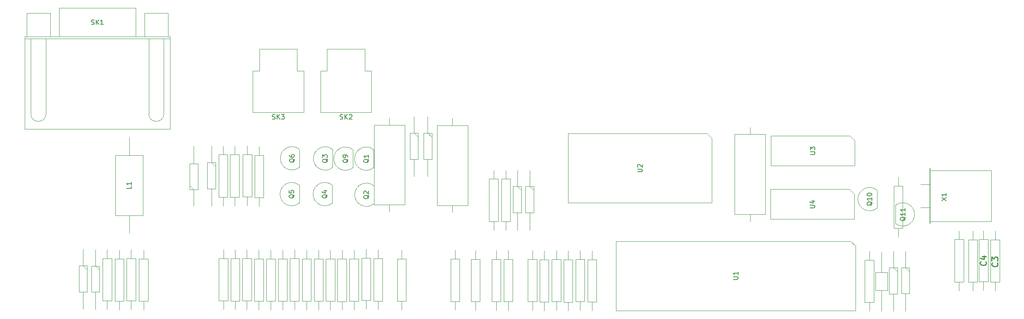
<source format=gbr>
%TF.GenerationSoftware,KiCad,Pcbnew,7.0.8*%
%TF.CreationDate,2023-10-30T18:51:19+00:00*%
%TF.ProjectId,Interface 1 Recreated,496e7465-7266-4616-9365-203120526563,rev?*%
%TF.SameCoordinates,Original*%
%TF.FileFunction,AssemblyDrawing,Top*%
%FSLAX46Y46*%
G04 Gerber Fmt 4.6, Leading zero omitted, Abs format (unit mm)*
G04 Created by KiCad (PCBNEW 7.0.8) date 2023-10-30 18:51:19*
%MOMM*%
%LPD*%
G01*
G04 APERTURE LIST*
%ADD10C,0.150000*%
%ADD11C,0.254000*%
%ADD12C,0.100000*%
G04 APERTURE END LIST*
D10*
X111713157Y-96088188D02*
X111665538Y-96183426D01*
X111665538Y-96183426D02*
X111570300Y-96278664D01*
X111570300Y-96278664D02*
X111427442Y-96421521D01*
X111427442Y-96421521D02*
X111379823Y-96516759D01*
X111379823Y-96516759D02*
X111379823Y-96611997D01*
X111617919Y-96564378D02*
X111570300Y-96659616D01*
X111570300Y-96659616D02*
X111475061Y-96754854D01*
X111475061Y-96754854D02*
X111284585Y-96802473D01*
X111284585Y-96802473D02*
X110951252Y-96802473D01*
X110951252Y-96802473D02*
X110760776Y-96754854D01*
X110760776Y-96754854D02*
X110665538Y-96659616D01*
X110665538Y-96659616D02*
X110617919Y-96564378D01*
X110617919Y-96564378D02*
X110617919Y-96373902D01*
X110617919Y-96373902D02*
X110665538Y-96278664D01*
X110665538Y-96278664D02*
X110760776Y-96183426D01*
X110760776Y-96183426D02*
X110951252Y-96135807D01*
X110951252Y-96135807D02*
X111284585Y-96135807D01*
X111284585Y-96135807D02*
X111475061Y-96183426D01*
X111475061Y-96183426D02*
X111570300Y-96278664D01*
X111570300Y-96278664D02*
X111617919Y-96373902D01*
X111617919Y-96373902D02*
X111617919Y-96564378D01*
X110617919Y-95231045D02*
X110617919Y-95707235D01*
X110617919Y-95707235D02*
X111094109Y-95754854D01*
X111094109Y-95754854D02*
X111046490Y-95707235D01*
X111046490Y-95707235D02*
X110998871Y-95611997D01*
X110998871Y-95611997D02*
X110998871Y-95373902D01*
X110998871Y-95373902D02*
X111046490Y-95278664D01*
X111046490Y-95278664D02*
X111094109Y-95231045D01*
X111094109Y-95231045D02*
X111189347Y-95183426D01*
X111189347Y-95183426D02*
X111427442Y-95183426D01*
X111427442Y-95183426D02*
X111522680Y-95231045D01*
X111522680Y-95231045D02*
X111570300Y-95278664D01*
X111570300Y-95278664D02*
X111617919Y-95373902D01*
X111617919Y-95373902D02*
X111617919Y-95611997D01*
X111617919Y-95611997D02*
X111570300Y-95707235D01*
X111570300Y-95707235D02*
X111522680Y-95754854D01*
D11*
X260790665Y-110579416D02*
X260851142Y-110639892D01*
X260851142Y-110639892D02*
X260911618Y-110821321D01*
X260911618Y-110821321D02*
X260911618Y-110942273D01*
X260911618Y-110942273D02*
X260851142Y-111123702D01*
X260851142Y-111123702D02*
X260730189Y-111244654D01*
X260730189Y-111244654D02*
X260609237Y-111305131D01*
X260609237Y-111305131D02*
X260367332Y-111365607D01*
X260367332Y-111365607D02*
X260185903Y-111365607D01*
X260185903Y-111365607D02*
X259943999Y-111305131D01*
X259943999Y-111305131D02*
X259823046Y-111244654D01*
X259823046Y-111244654D02*
X259702094Y-111123702D01*
X259702094Y-111123702D02*
X259641618Y-110942273D01*
X259641618Y-110942273D02*
X259641618Y-110821321D01*
X259641618Y-110821321D02*
X259702094Y-110639892D01*
X259702094Y-110639892D02*
X259762570Y-110579416D01*
X259641618Y-110156083D02*
X259641618Y-109369892D01*
X259641618Y-109369892D02*
X260125427Y-109793226D01*
X260125427Y-109793226D02*
X260125427Y-109611797D01*
X260125427Y-109611797D02*
X260185903Y-109490845D01*
X260185903Y-109490845D02*
X260246380Y-109430369D01*
X260246380Y-109430369D02*
X260367332Y-109369892D01*
X260367332Y-109369892D02*
X260669713Y-109369892D01*
X260669713Y-109369892D02*
X260790665Y-109430369D01*
X260790665Y-109430369D02*
X260851142Y-109490845D01*
X260851142Y-109490845D02*
X260911618Y-109611797D01*
X260911618Y-109611797D02*
X260911618Y-109974654D01*
X260911618Y-109974654D02*
X260851142Y-110095607D01*
X260851142Y-110095607D02*
X260790665Y-110156083D01*
D10*
X123124107Y-88550738D02*
X123076488Y-88645976D01*
X123076488Y-88645976D02*
X122981250Y-88741214D01*
X122981250Y-88741214D02*
X122838392Y-88884071D01*
X122838392Y-88884071D02*
X122790773Y-88979309D01*
X122790773Y-88979309D02*
X122790773Y-89074547D01*
X123028869Y-89026928D02*
X122981250Y-89122166D01*
X122981250Y-89122166D02*
X122886011Y-89217404D01*
X122886011Y-89217404D02*
X122695535Y-89265023D01*
X122695535Y-89265023D02*
X122362202Y-89265023D01*
X122362202Y-89265023D02*
X122171726Y-89217404D01*
X122171726Y-89217404D02*
X122076488Y-89122166D01*
X122076488Y-89122166D02*
X122028869Y-89026928D01*
X122028869Y-89026928D02*
X122028869Y-88836452D01*
X122028869Y-88836452D02*
X122076488Y-88741214D01*
X122076488Y-88741214D02*
X122171726Y-88645976D01*
X122171726Y-88645976D02*
X122362202Y-88598357D01*
X122362202Y-88598357D02*
X122695535Y-88598357D01*
X122695535Y-88598357D02*
X122886011Y-88645976D01*
X122886011Y-88645976D02*
X122981250Y-88741214D01*
X122981250Y-88741214D02*
X123028869Y-88836452D01*
X123028869Y-88836452D02*
X123028869Y-89026928D01*
X123028869Y-88122166D02*
X123028869Y-87931690D01*
X123028869Y-87931690D02*
X122981250Y-87836452D01*
X122981250Y-87836452D02*
X122933630Y-87788833D01*
X122933630Y-87788833D02*
X122790773Y-87693595D01*
X122790773Y-87693595D02*
X122600297Y-87645976D01*
X122600297Y-87645976D02*
X122219345Y-87645976D01*
X122219345Y-87645976D02*
X122124107Y-87693595D01*
X122124107Y-87693595D02*
X122076488Y-87741214D01*
X122076488Y-87741214D02*
X122028869Y-87836452D01*
X122028869Y-87836452D02*
X122028869Y-88026928D01*
X122028869Y-88026928D02*
X122076488Y-88122166D01*
X122076488Y-88122166D02*
X122124107Y-88169785D01*
X122124107Y-88169785D02*
X122219345Y-88217404D01*
X122219345Y-88217404D02*
X122457440Y-88217404D01*
X122457440Y-88217404D02*
X122552678Y-88169785D01*
X122552678Y-88169785D02*
X122600297Y-88122166D01*
X122600297Y-88122166D02*
X122647916Y-88026928D01*
X122647916Y-88026928D02*
X122647916Y-87836452D01*
X122647916Y-87836452D02*
X122600297Y-87741214D01*
X122600297Y-87741214D02*
X122552678Y-87693595D01*
X122552678Y-87693595D02*
X122457440Y-87645976D01*
X204816994Y-114128454D02*
X205626517Y-114128454D01*
X205626517Y-114128454D02*
X205721755Y-114080835D01*
X205721755Y-114080835D02*
X205769375Y-114033216D01*
X205769375Y-114033216D02*
X205816994Y-113937978D01*
X205816994Y-113937978D02*
X205816994Y-113747502D01*
X205816994Y-113747502D02*
X205769375Y-113652264D01*
X205769375Y-113652264D02*
X205721755Y-113604645D01*
X205721755Y-113604645D02*
X205626517Y-113557026D01*
X205626517Y-113557026D02*
X204816994Y-113557026D01*
X205816994Y-112557026D02*
X205816994Y-113128454D01*
X205816994Y-112842740D02*
X204816994Y-112842740D01*
X204816994Y-112842740D02*
X204959851Y-112937978D01*
X204959851Y-112937978D02*
X205055089Y-113033216D01*
X205055089Y-113033216D02*
X205102708Y-113128454D01*
X221066644Y-98917029D02*
X221876167Y-98917029D01*
X221876167Y-98917029D02*
X221971405Y-98869410D01*
X221971405Y-98869410D02*
X222019025Y-98821791D01*
X222019025Y-98821791D02*
X222066644Y-98726553D01*
X222066644Y-98726553D02*
X222066644Y-98536077D01*
X222066644Y-98536077D02*
X222019025Y-98440839D01*
X222019025Y-98440839D02*
X221971405Y-98393220D01*
X221971405Y-98393220D02*
X221876167Y-98345601D01*
X221876167Y-98345601D02*
X221066644Y-98345601D01*
X221399977Y-97440839D02*
X222066644Y-97440839D01*
X221019025Y-97678934D02*
X221733310Y-97917029D01*
X221733310Y-97917029D02*
X221733310Y-97297982D01*
X111783007Y-88480888D02*
X111735388Y-88576126D01*
X111735388Y-88576126D02*
X111640150Y-88671364D01*
X111640150Y-88671364D02*
X111497292Y-88814221D01*
X111497292Y-88814221D02*
X111449673Y-88909459D01*
X111449673Y-88909459D02*
X111449673Y-89004697D01*
X111687769Y-88957078D02*
X111640150Y-89052316D01*
X111640150Y-89052316D02*
X111544911Y-89147554D01*
X111544911Y-89147554D02*
X111354435Y-89195173D01*
X111354435Y-89195173D02*
X111021102Y-89195173D01*
X111021102Y-89195173D02*
X110830626Y-89147554D01*
X110830626Y-89147554D02*
X110735388Y-89052316D01*
X110735388Y-89052316D02*
X110687769Y-88957078D01*
X110687769Y-88957078D02*
X110687769Y-88766602D01*
X110687769Y-88766602D02*
X110735388Y-88671364D01*
X110735388Y-88671364D02*
X110830626Y-88576126D01*
X110830626Y-88576126D02*
X111021102Y-88528507D01*
X111021102Y-88528507D02*
X111354435Y-88528507D01*
X111354435Y-88528507D02*
X111544911Y-88576126D01*
X111544911Y-88576126D02*
X111640150Y-88671364D01*
X111640150Y-88671364D02*
X111687769Y-88766602D01*
X111687769Y-88766602D02*
X111687769Y-88957078D01*
X110687769Y-87671364D02*
X110687769Y-87861840D01*
X110687769Y-87861840D02*
X110735388Y-87957078D01*
X110735388Y-87957078D02*
X110783007Y-88004697D01*
X110783007Y-88004697D02*
X110925864Y-88099935D01*
X110925864Y-88099935D02*
X111116340Y-88147554D01*
X111116340Y-88147554D02*
X111497292Y-88147554D01*
X111497292Y-88147554D02*
X111592530Y-88099935D01*
X111592530Y-88099935D02*
X111640150Y-88052316D01*
X111640150Y-88052316D02*
X111687769Y-87957078D01*
X111687769Y-87957078D02*
X111687769Y-87766602D01*
X111687769Y-87766602D02*
X111640150Y-87671364D01*
X111640150Y-87671364D02*
X111592530Y-87623745D01*
X111592530Y-87623745D02*
X111497292Y-87576126D01*
X111497292Y-87576126D02*
X111259197Y-87576126D01*
X111259197Y-87576126D02*
X111163959Y-87623745D01*
X111163959Y-87623745D02*
X111116340Y-87671364D01*
X111116340Y-87671364D02*
X111068721Y-87766602D01*
X111068721Y-87766602D02*
X111068721Y-87957078D01*
X111068721Y-87957078D02*
X111116340Y-88052316D01*
X111116340Y-88052316D02*
X111163959Y-88099935D01*
X111163959Y-88099935D02*
X111259197Y-88147554D01*
X184503344Y-91249404D02*
X185312867Y-91249404D01*
X185312867Y-91249404D02*
X185408105Y-91201785D01*
X185408105Y-91201785D02*
X185455725Y-91154166D01*
X185455725Y-91154166D02*
X185503344Y-91058928D01*
X185503344Y-91058928D02*
X185503344Y-90868452D01*
X185503344Y-90868452D02*
X185455725Y-90773214D01*
X185455725Y-90773214D02*
X185408105Y-90725595D01*
X185408105Y-90725595D02*
X185312867Y-90677976D01*
X185312867Y-90677976D02*
X184503344Y-90677976D01*
X184598582Y-90249404D02*
X184550963Y-90201785D01*
X184550963Y-90201785D02*
X184503344Y-90106547D01*
X184503344Y-90106547D02*
X184503344Y-89868452D01*
X184503344Y-89868452D02*
X184550963Y-89773214D01*
X184550963Y-89773214D02*
X184598582Y-89725595D01*
X184598582Y-89725595D02*
X184693820Y-89677976D01*
X184693820Y-89677976D02*
X184789058Y-89677976D01*
X184789058Y-89677976D02*
X184931915Y-89725595D01*
X184931915Y-89725595D02*
X185503344Y-90297023D01*
X185503344Y-90297023D02*
X185503344Y-89677976D01*
D11*
X258330040Y-110336541D02*
X258390517Y-110397017D01*
X258390517Y-110397017D02*
X258450993Y-110578446D01*
X258450993Y-110578446D02*
X258450993Y-110699398D01*
X258450993Y-110699398D02*
X258390517Y-110880827D01*
X258390517Y-110880827D02*
X258269564Y-111001779D01*
X258269564Y-111001779D02*
X258148612Y-111062256D01*
X258148612Y-111062256D02*
X257906707Y-111122732D01*
X257906707Y-111122732D02*
X257725278Y-111122732D01*
X257725278Y-111122732D02*
X257483374Y-111062256D01*
X257483374Y-111062256D02*
X257362421Y-111001779D01*
X257362421Y-111001779D02*
X257241469Y-110880827D01*
X257241469Y-110880827D02*
X257180993Y-110699398D01*
X257180993Y-110699398D02*
X257180993Y-110578446D01*
X257180993Y-110578446D02*
X257241469Y-110397017D01*
X257241469Y-110397017D02*
X257301945Y-110336541D01*
X257604326Y-109247970D02*
X258450993Y-109247970D01*
X257120517Y-109550351D02*
X258027659Y-109852732D01*
X258027659Y-109852732D02*
X258027659Y-109066541D01*
D10*
X107075445Y-80016275D02*
X107218302Y-80063894D01*
X107218302Y-80063894D02*
X107456397Y-80063894D01*
X107456397Y-80063894D02*
X107551635Y-80016275D01*
X107551635Y-80016275D02*
X107599254Y-79968655D01*
X107599254Y-79968655D02*
X107646873Y-79873417D01*
X107646873Y-79873417D02*
X107646873Y-79778179D01*
X107646873Y-79778179D02*
X107599254Y-79682941D01*
X107599254Y-79682941D02*
X107551635Y-79635322D01*
X107551635Y-79635322D02*
X107456397Y-79587703D01*
X107456397Y-79587703D02*
X107265921Y-79540084D01*
X107265921Y-79540084D02*
X107170683Y-79492465D01*
X107170683Y-79492465D02*
X107123064Y-79444846D01*
X107123064Y-79444846D02*
X107075445Y-79349608D01*
X107075445Y-79349608D02*
X107075445Y-79254370D01*
X107075445Y-79254370D02*
X107123064Y-79159132D01*
X107123064Y-79159132D02*
X107170683Y-79111513D01*
X107170683Y-79111513D02*
X107265921Y-79063894D01*
X107265921Y-79063894D02*
X107504016Y-79063894D01*
X107504016Y-79063894D02*
X107646873Y-79111513D01*
X108075445Y-80063894D02*
X108075445Y-79063894D01*
X108646873Y-80063894D02*
X108218302Y-79492465D01*
X108646873Y-79063894D02*
X108075445Y-79635322D01*
X108980207Y-79063894D02*
X109599254Y-79063894D01*
X109599254Y-79063894D02*
X109265921Y-79444846D01*
X109265921Y-79444846D02*
X109408778Y-79444846D01*
X109408778Y-79444846D02*
X109504016Y-79492465D01*
X109504016Y-79492465D02*
X109551635Y-79540084D01*
X109551635Y-79540084D02*
X109599254Y-79635322D01*
X109599254Y-79635322D02*
X109599254Y-79873417D01*
X109599254Y-79873417D02*
X109551635Y-79968655D01*
X109551635Y-79968655D02*
X109504016Y-80016275D01*
X109504016Y-80016275D02*
X109408778Y-80063894D01*
X109408778Y-80063894D02*
X109123064Y-80063894D01*
X109123064Y-80063894D02*
X109027826Y-80016275D01*
X109027826Y-80016275D02*
X108980207Y-79968655D01*
X121416920Y-80016275D02*
X121559777Y-80063894D01*
X121559777Y-80063894D02*
X121797872Y-80063894D01*
X121797872Y-80063894D02*
X121893110Y-80016275D01*
X121893110Y-80016275D02*
X121940729Y-79968655D01*
X121940729Y-79968655D02*
X121988348Y-79873417D01*
X121988348Y-79873417D02*
X121988348Y-79778179D01*
X121988348Y-79778179D02*
X121940729Y-79682941D01*
X121940729Y-79682941D02*
X121893110Y-79635322D01*
X121893110Y-79635322D02*
X121797872Y-79587703D01*
X121797872Y-79587703D02*
X121607396Y-79540084D01*
X121607396Y-79540084D02*
X121512158Y-79492465D01*
X121512158Y-79492465D02*
X121464539Y-79444846D01*
X121464539Y-79444846D02*
X121416920Y-79349608D01*
X121416920Y-79349608D02*
X121416920Y-79254370D01*
X121416920Y-79254370D02*
X121464539Y-79159132D01*
X121464539Y-79159132D02*
X121512158Y-79111513D01*
X121512158Y-79111513D02*
X121607396Y-79063894D01*
X121607396Y-79063894D02*
X121845491Y-79063894D01*
X121845491Y-79063894D02*
X121988348Y-79111513D01*
X122416920Y-80063894D02*
X122416920Y-79063894D01*
X122988348Y-80063894D02*
X122559777Y-79492465D01*
X122988348Y-79063894D02*
X122416920Y-79635322D01*
X123369301Y-79159132D02*
X123416920Y-79111513D01*
X123416920Y-79111513D02*
X123512158Y-79063894D01*
X123512158Y-79063894D02*
X123750253Y-79063894D01*
X123750253Y-79063894D02*
X123845491Y-79111513D01*
X123845491Y-79111513D02*
X123893110Y-79159132D01*
X123893110Y-79159132D02*
X123940729Y-79254370D01*
X123940729Y-79254370D02*
X123940729Y-79349608D01*
X123940729Y-79349608D02*
X123893110Y-79492465D01*
X123893110Y-79492465D02*
X123321682Y-80063894D01*
X123321682Y-80063894D02*
X123940729Y-80063894D01*
X241333382Y-100885078D02*
X241285763Y-100980316D01*
X241285763Y-100980316D02*
X241190525Y-101075554D01*
X241190525Y-101075554D02*
X241047667Y-101218411D01*
X241047667Y-101218411D02*
X241000048Y-101313649D01*
X241000048Y-101313649D02*
X241000048Y-101408887D01*
X241238144Y-101361268D02*
X241190525Y-101456506D01*
X241190525Y-101456506D02*
X241095286Y-101551744D01*
X241095286Y-101551744D02*
X240904810Y-101599363D01*
X240904810Y-101599363D02*
X240571477Y-101599363D01*
X240571477Y-101599363D02*
X240381001Y-101551744D01*
X240381001Y-101551744D02*
X240285763Y-101456506D01*
X240285763Y-101456506D02*
X240238144Y-101361268D01*
X240238144Y-101361268D02*
X240238144Y-101170792D01*
X240238144Y-101170792D02*
X240285763Y-101075554D01*
X240285763Y-101075554D02*
X240381001Y-100980316D01*
X240381001Y-100980316D02*
X240571477Y-100932697D01*
X240571477Y-100932697D02*
X240904810Y-100932697D01*
X240904810Y-100932697D02*
X241095286Y-100980316D01*
X241095286Y-100980316D02*
X241190525Y-101075554D01*
X241190525Y-101075554D02*
X241238144Y-101170792D01*
X241238144Y-101170792D02*
X241238144Y-101361268D01*
X241238144Y-99980316D02*
X241238144Y-100551744D01*
X241238144Y-100266030D02*
X240238144Y-100266030D01*
X240238144Y-100266030D02*
X240381001Y-100361268D01*
X240381001Y-100361268D02*
X240476239Y-100456506D01*
X240476239Y-100456506D02*
X240523858Y-100551744D01*
X241238144Y-99027935D02*
X241238144Y-99599363D01*
X241238144Y-99313649D02*
X240238144Y-99313649D01*
X240238144Y-99313649D02*
X240381001Y-99408887D01*
X240381001Y-99408887D02*
X240476239Y-99504125D01*
X240476239Y-99504125D02*
X240523858Y-99599363D01*
X234271332Y-97631178D02*
X234223713Y-97726416D01*
X234223713Y-97726416D02*
X234128475Y-97821654D01*
X234128475Y-97821654D02*
X233985617Y-97964511D01*
X233985617Y-97964511D02*
X233937998Y-98059749D01*
X233937998Y-98059749D02*
X233937998Y-98154987D01*
X234176094Y-98107368D02*
X234128475Y-98202606D01*
X234128475Y-98202606D02*
X234033236Y-98297844D01*
X234033236Y-98297844D02*
X233842760Y-98345463D01*
X233842760Y-98345463D02*
X233509427Y-98345463D01*
X233509427Y-98345463D02*
X233318951Y-98297844D01*
X233318951Y-98297844D02*
X233223713Y-98202606D01*
X233223713Y-98202606D02*
X233176094Y-98107368D01*
X233176094Y-98107368D02*
X233176094Y-97916892D01*
X233176094Y-97916892D02*
X233223713Y-97821654D01*
X233223713Y-97821654D02*
X233318951Y-97726416D01*
X233318951Y-97726416D02*
X233509427Y-97678797D01*
X233509427Y-97678797D02*
X233842760Y-97678797D01*
X233842760Y-97678797D02*
X234033236Y-97726416D01*
X234033236Y-97726416D02*
X234128475Y-97821654D01*
X234128475Y-97821654D02*
X234176094Y-97916892D01*
X234176094Y-97916892D02*
X234176094Y-98107368D01*
X234176094Y-96726416D02*
X234176094Y-97297844D01*
X234176094Y-97012130D02*
X233176094Y-97012130D01*
X233176094Y-97012130D02*
X233318951Y-97107368D01*
X233318951Y-97107368D02*
X233414189Y-97202606D01*
X233414189Y-97202606D02*
X233461808Y-97297844D01*
X233176094Y-96107368D02*
X233176094Y-96012130D01*
X233176094Y-96012130D02*
X233223713Y-95916892D01*
X233223713Y-95916892D02*
X233271332Y-95869273D01*
X233271332Y-95869273D02*
X233366570Y-95821654D01*
X233366570Y-95821654D02*
X233557046Y-95774035D01*
X233557046Y-95774035D02*
X233795141Y-95774035D01*
X233795141Y-95774035D02*
X233985617Y-95821654D01*
X233985617Y-95821654D02*
X234080855Y-95869273D01*
X234080855Y-95869273D02*
X234128475Y-95916892D01*
X234128475Y-95916892D02*
X234176094Y-96012130D01*
X234176094Y-96012130D02*
X234176094Y-96107368D01*
X234176094Y-96107368D02*
X234128475Y-96202606D01*
X234128475Y-96202606D02*
X234080855Y-96250225D01*
X234080855Y-96250225D02*
X233985617Y-96297844D01*
X233985617Y-96297844D02*
X233795141Y-96345463D01*
X233795141Y-96345463D02*
X233557046Y-96345463D01*
X233557046Y-96345463D02*
X233366570Y-96297844D01*
X233366570Y-96297844D02*
X233271332Y-96250225D01*
X233271332Y-96250225D02*
X233223713Y-96202606D01*
X233223713Y-96202606D02*
X233176094Y-96107368D01*
X77153294Y-94299066D02*
X77153294Y-94775256D01*
X77153294Y-94775256D02*
X76153294Y-94775256D01*
X77153294Y-93441923D02*
X77153294Y-94013351D01*
X77153294Y-93727637D02*
X76153294Y-93727637D01*
X76153294Y-93727637D02*
X76296151Y-93822875D01*
X76296151Y-93822875D02*
X76391389Y-93918113D01*
X76391389Y-93918113D02*
X76439008Y-94013351D01*
X68689320Y-59878275D02*
X68832177Y-59925894D01*
X68832177Y-59925894D02*
X69070272Y-59925894D01*
X69070272Y-59925894D02*
X69165510Y-59878275D01*
X69165510Y-59878275D02*
X69213129Y-59830655D01*
X69213129Y-59830655D02*
X69260748Y-59735417D01*
X69260748Y-59735417D02*
X69260748Y-59640179D01*
X69260748Y-59640179D02*
X69213129Y-59544941D01*
X69213129Y-59544941D02*
X69165510Y-59497322D01*
X69165510Y-59497322D02*
X69070272Y-59449703D01*
X69070272Y-59449703D02*
X68879796Y-59402084D01*
X68879796Y-59402084D02*
X68784558Y-59354465D01*
X68784558Y-59354465D02*
X68736939Y-59306846D01*
X68736939Y-59306846D02*
X68689320Y-59211608D01*
X68689320Y-59211608D02*
X68689320Y-59116370D01*
X68689320Y-59116370D02*
X68736939Y-59021132D01*
X68736939Y-59021132D02*
X68784558Y-58973513D01*
X68784558Y-58973513D02*
X68879796Y-58925894D01*
X68879796Y-58925894D02*
X69117891Y-58925894D01*
X69117891Y-58925894D02*
X69260748Y-58973513D01*
X69689320Y-59925894D02*
X69689320Y-58925894D01*
X70260748Y-59925894D02*
X69832177Y-59354465D01*
X70260748Y-58925894D02*
X69689320Y-59497322D01*
X71213129Y-59925894D02*
X70641701Y-59925894D01*
X70927415Y-59925894D02*
X70927415Y-58925894D01*
X70927415Y-58925894D02*
X70832177Y-59068751D01*
X70832177Y-59068751D02*
X70736939Y-59163989D01*
X70736939Y-59163989D02*
X70641701Y-59211608D01*
X248999669Y-97390923D02*
X249999669Y-96724257D01*
X248999669Y-96724257D02*
X249999669Y-97390923D01*
X249999669Y-95819495D02*
X249999669Y-96390923D01*
X249999669Y-96105209D02*
X248999669Y-96105209D01*
X248999669Y-96105209D02*
X249142526Y-96200447D01*
X249142526Y-96200447D02*
X249237764Y-96295685D01*
X249237764Y-96295685D02*
X249285383Y-96390923D01*
X118796582Y-88515813D02*
X118748963Y-88611051D01*
X118748963Y-88611051D02*
X118653725Y-88706289D01*
X118653725Y-88706289D02*
X118510867Y-88849146D01*
X118510867Y-88849146D02*
X118463248Y-88944384D01*
X118463248Y-88944384D02*
X118463248Y-89039622D01*
X118701344Y-88992003D02*
X118653725Y-89087241D01*
X118653725Y-89087241D02*
X118558486Y-89182479D01*
X118558486Y-89182479D02*
X118368010Y-89230098D01*
X118368010Y-89230098D02*
X118034677Y-89230098D01*
X118034677Y-89230098D02*
X117844201Y-89182479D01*
X117844201Y-89182479D02*
X117748963Y-89087241D01*
X117748963Y-89087241D02*
X117701344Y-88992003D01*
X117701344Y-88992003D02*
X117701344Y-88801527D01*
X117701344Y-88801527D02*
X117748963Y-88706289D01*
X117748963Y-88706289D02*
X117844201Y-88611051D01*
X117844201Y-88611051D02*
X118034677Y-88563432D01*
X118034677Y-88563432D02*
X118368010Y-88563432D01*
X118368010Y-88563432D02*
X118558486Y-88611051D01*
X118558486Y-88611051D02*
X118653725Y-88706289D01*
X118653725Y-88706289D02*
X118701344Y-88801527D01*
X118701344Y-88801527D02*
X118701344Y-88992003D01*
X117701344Y-88230098D02*
X117701344Y-87611051D01*
X117701344Y-87611051D02*
X118082296Y-87944384D01*
X118082296Y-87944384D02*
X118082296Y-87801527D01*
X118082296Y-87801527D02*
X118129915Y-87706289D01*
X118129915Y-87706289D02*
X118177534Y-87658670D01*
X118177534Y-87658670D02*
X118272772Y-87611051D01*
X118272772Y-87611051D02*
X118510867Y-87611051D01*
X118510867Y-87611051D02*
X118606105Y-87658670D01*
X118606105Y-87658670D02*
X118653725Y-87706289D01*
X118653725Y-87706289D02*
X118701344Y-87801527D01*
X118701344Y-87801527D02*
X118701344Y-88087241D01*
X118701344Y-88087241D02*
X118653725Y-88182479D01*
X118653725Y-88182479D02*
X118606105Y-88230098D01*
X127518307Y-88550738D02*
X127470688Y-88645976D01*
X127470688Y-88645976D02*
X127375450Y-88741214D01*
X127375450Y-88741214D02*
X127232592Y-88884071D01*
X127232592Y-88884071D02*
X127184973Y-88979309D01*
X127184973Y-88979309D02*
X127184973Y-89074547D01*
X127423069Y-89026928D02*
X127375450Y-89122166D01*
X127375450Y-89122166D02*
X127280211Y-89217404D01*
X127280211Y-89217404D02*
X127089735Y-89265023D01*
X127089735Y-89265023D02*
X126756402Y-89265023D01*
X126756402Y-89265023D02*
X126565926Y-89217404D01*
X126565926Y-89217404D02*
X126470688Y-89122166D01*
X126470688Y-89122166D02*
X126423069Y-89026928D01*
X126423069Y-89026928D02*
X126423069Y-88836452D01*
X126423069Y-88836452D02*
X126470688Y-88741214D01*
X126470688Y-88741214D02*
X126565926Y-88645976D01*
X126565926Y-88645976D02*
X126756402Y-88598357D01*
X126756402Y-88598357D02*
X127089735Y-88598357D01*
X127089735Y-88598357D02*
X127280211Y-88645976D01*
X127280211Y-88645976D02*
X127375450Y-88741214D01*
X127375450Y-88741214D02*
X127423069Y-88836452D01*
X127423069Y-88836452D02*
X127423069Y-89026928D01*
X127423069Y-87645976D02*
X127423069Y-88217404D01*
X127423069Y-87931690D02*
X126423069Y-87931690D01*
X126423069Y-87931690D02*
X126565926Y-88026928D01*
X126565926Y-88026928D02*
X126661164Y-88122166D01*
X126661164Y-88122166D02*
X126708783Y-88217404D01*
X221136494Y-87544179D02*
X221946017Y-87544179D01*
X221946017Y-87544179D02*
X222041255Y-87496560D01*
X222041255Y-87496560D02*
X222088875Y-87448941D01*
X222088875Y-87448941D02*
X222136494Y-87353703D01*
X222136494Y-87353703D02*
X222136494Y-87163227D01*
X222136494Y-87163227D02*
X222088875Y-87067989D01*
X222088875Y-87067989D02*
X222041255Y-87020370D01*
X222041255Y-87020370D02*
X221946017Y-86972751D01*
X221946017Y-86972751D02*
X221136494Y-86972751D01*
X221136494Y-86591798D02*
X221136494Y-85972751D01*
X221136494Y-85972751D02*
X221517446Y-86306084D01*
X221517446Y-86306084D02*
X221517446Y-86163227D01*
X221517446Y-86163227D02*
X221565065Y-86067989D01*
X221565065Y-86067989D02*
X221612684Y-86020370D01*
X221612684Y-86020370D02*
X221707922Y-85972751D01*
X221707922Y-85972751D02*
X221946017Y-85972751D01*
X221946017Y-85972751D02*
X222041255Y-86020370D01*
X222041255Y-86020370D02*
X222088875Y-86067989D01*
X222088875Y-86067989D02*
X222136494Y-86163227D01*
X222136494Y-86163227D02*
X222136494Y-86448941D01*
X222136494Y-86448941D02*
X222088875Y-86544179D01*
X222088875Y-86544179D02*
X222041255Y-86591798D01*
X127553232Y-96227888D02*
X127505613Y-96323126D01*
X127505613Y-96323126D02*
X127410375Y-96418364D01*
X127410375Y-96418364D02*
X127267517Y-96561221D01*
X127267517Y-96561221D02*
X127219898Y-96656459D01*
X127219898Y-96656459D02*
X127219898Y-96751697D01*
X127457994Y-96704078D02*
X127410375Y-96799316D01*
X127410375Y-96799316D02*
X127315136Y-96894554D01*
X127315136Y-96894554D02*
X127124660Y-96942173D01*
X127124660Y-96942173D02*
X126791327Y-96942173D01*
X126791327Y-96942173D02*
X126600851Y-96894554D01*
X126600851Y-96894554D02*
X126505613Y-96799316D01*
X126505613Y-96799316D02*
X126457994Y-96704078D01*
X126457994Y-96704078D02*
X126457994Y-96513602D01*
X126457994Y-96513602D02*
X126505613Y-96418364D01*
X126505613Y-96418364D02*
X126600851Y-96323126D01*
X126600851Y-96323126D02*
X126791327Y-96275507D01*
X126791327Y-96275507D02*
X127124660Y-96275507D01*
X127124660Y-96275507D02*
X127315136Y-96323126D01*
X127315136Y-96323126D02*
X127410375Y-96418364D01*
X127410375Y-96418364D02*
X127457994Y-96513602D01*
X127457994Y-96513602D02*
X127457994Y-96704078D01*
X126553232Y-95894554D02*
X126505613Y-95846935D01*
X126505613Y-95846935D02*
X126457994Y-95751697D01*
X126457994Y-95751697D02*
X126457994Y-95513602D01*
X126457994Y-95513602D02*
X126505613Y-95418364D01*
X126505613Y-95418364D02*
X126553232Y-95370745D01*
X126553232Y-95370745D02*
X126648470Y-95323126D01*
X126648470Y-95323126D02*
X126743708Y-95323126D01*
X126743708Y-95323126D02*
X126886565Y-95370745D01*
X126886565Y-95370745D02*
X127457994Y-95942173D01*
X127457994Y-95942173D02*
X127457994Y-95323126D01*
X118726732Y-96088188D02*
X118679113Y-96183426D01*
X118679113Y-96183426D02*
X118583875Y-96278664D01*
X118583875Y-96278664D02*
X118441017Y-96421521D01*
X118441017Y-96421521D02*
X118393398Y-96516759D01*
X118393398Y-96516759D02*
X118393398Y-96611997D01*
X118631494Y-96564378D02*
X118583875Y-96659616D01*
X118583875Y-96659616D02*
X118488636Y-96754854D01*
X118488636Y-96754854D02*
X118298160Y-96802473D01*
X118298160Y-96802473D02*
X117964827Y-96802473D01*
X117964827Y-96802473D02*
X117774351Y-96754854D01*
X117774351Y-96754854D02*
X117679113Y-96659616D01*
X117679113Y-96659616D02*
X117631494Y-96564378D01*
X117631494Y-96564378D02*
X117631494Y-96373902D01*
X117631494Y-96373902D02*
X117679113Y-96278664D01*
X117679113Y-96278664D02*
X117774351Y-96183426D01*
X117774351Y-96183426D02*
X117964827Y-96135807D01*
X117964827Y-96135807D02*
X118298160Y-96135807D01*
X118298160Y-96135807D02*
X118488636Y-96183426D01*
X118488636Y-96183426D02*
X118583875Y-96278664D01*
X118583875Y-96278664D02*
X118631494Y-96373902D01*
X118631494Y-96373902D02*
X118631494Y-96564378D01*
X117964827Y-95278664D02*
X118631494Y-95278664D01*
X117583875Y-95516759D02*
X118298160Y-95754854D01*
X118298160Y-95754854D02*
X118298160Y-95135807D01*
D12*
%TO.C,R33*%
X157076775Y-107997625D02*
X157076775Y-109847625D01*
X158026775Y-109847625D02*
X156126775Y-109847625D01*
X156126775Y-109847625D02*
X156126775Y-118847625D01*
X158026775Y-118847625D02*
X158026775Y-109847625D01*
X156126775Y-118847625D02*
X158026775Y-118847625D01*
X157076775Y-120697625D02*
X157076775Y-118847625D01*
%TO.C,R18*%
X106749850Y-107867450D02*
X106749850Y-109717450D01*
X107699850Y-109717450D02*
X105799850Y-109717450D01*
X105799850Y-109717450D02*
X105799850Y-118717450D01*
X107699850Y-118717450D02*
X107699850Y-109717450D01*
X105799850Y-118717450D02*
X107699850Y-118717450D01*
X106749850Y-120567450D02*
X106749850Y-118717450D01*
%TO.C,R7*%
X172319950Y-120681750D02*
X172319950Y-118831750D01*
X171369950Y-118831750D02*
X173269950Y-118831750D01*
X173269950Y-118831750D02*
X173269950Y-109831750D01*
X171369950Y-109831750D02*
X171369950Y-118831750D01*
X173269950Y-109831750D02*
X171369950Y-109831750D01*
X172319950Y-107981750D02*
X172319950Y-109831750D01*
%TO.C,D8*%
X94138750Y-85832950D02*
X94138750Y-89280950D01*
X94998750Y-89280950D02*
X94998750Y-94832950D01*
X94138750Y-89280950D02*
X94998750Y-90140950D01*
X93278750Y-89280950D02*
X94998750Y-89280950D01*
X94998750Y-94832950D02*
X93278750Y-94832950D01*
X94138750Y-94832950D02*
X94138750Y-98532950D01*
X93278750Y-94832950D02*
X93278750Y-89280950D01*
%TO.C,R28*%
X72031225Y-107803950D02*
X72031225Y-109653950D01*
X72981225Y-109653950D02*
X71081225Y-109653950D01*
X71081225Y-109653950D02*
X71081225Y-118653950D01*
X72981225Y-118653950D02*
X72981225Y-109653950D01*
X71081225Y-118653950D02*
X72981225Y-118653950D01*
X72031225Y-120503950D02*
X72031225Y-118653950D01*
%TO.C,R14*%
X104193975Y-107911900D02*
X104193975Y-109761900D01*
X105143975Y-109761900D02*
X103243975Y-109761900D01*
X103243975Y-109761900D02*
X103243975Y-118761900D01*
X105143975Y-118761900D02*
X105143975Y-109761900D01*
X103243975Y-118761900D02*
X105143975Y-118761900D01*
X104193975Y-120611900D02*
X104193975Y-118761900D01*
%TO.C,Q5*%
X112763100Y-97882950D02*
X112763100Y-94132950D01*
X108683101Y-95992950D02*
G75*
G03*
X112765485Y-97885768I2479999J0D01*
G01*
X112755647Y-94091847D02*
G75*
G03*
X108683100Y-95992950I-1592547J-1901103D01*
G01*
%TO.C,C3*%
X260346825Y-116544725D02*
X260346825Y-114694725D01*
X259396825Y-114694725D02*
X261296825Y-114694725D01*
X261296825Y-114694725D02*
X261296825Y-105694725D01*
X259396825Y-105694725D02*
X259396825Y-114694725D01*
X261296825Y-105694725D02*
X259396825Y-105694725D01*
X260346825Y-103844725D02*
X260346825Y-105694725D01*
%TO.C,R22*%
X99056825Y-98463100D02*
X99056825Y-96613100D01*
X98106825Y-96613100D02*
X100006825Y-96613100D01*
X100006825Y-96613100D02*
X100006825Y-87613100D01*
X98106825Y-87613100D02*
X98106825Y-96613100D01*
X100006825Y-87613100D02*
X98106825Y-87613100D01*
X99056825Y-85763100D02*
X99056825Y-87613100D01*
%TO.C,C5*%
X236254925Y-120818275D02*
X236254925Y-116468275D01*
X234954925Y-116468275D02*
X237554925Y-116468275D01*
X237554925Y-116468275D02*
X237554925Y-112668275D01*
X234954925Y-112668275D02*
X234954925Y-116468275D01*
X237554925Y-112668275D02*
X234954925Y-112668275D01*
X236254925Y-108318275D02*
X236254925Y-112668275D01*
%TO.C,D3*%
X238747300Y-108178600D02*
X238747300Y-111626600D01*
X239607300Y-111626600D02*
X239607300Y-117178600D01*
X238747300Y-111626600D02*
X239607300Y-112486600D01*
X237887300Y-111626600D02*
X239607300Y-111626600D01*
X239607300Y-117178600D02*
X237887300Y-117178600D01*
X238747300Y-117178600D02*
X238747300Y-120878600D01*
X237887300Y-117178600D02*
X237887300Y-111626600D01*
%TO.C,Q9*%
X124174050Y-90345500D02*
X124174050Y-86595500D01*
X120094051Y-88455500D02*
G75*
G03*
X124176435Y-90348318I2479999J0D01*
G01*
X124166597Y-86554397D02*
G75*
G03*
X120094050Y-88455500I-1592547J-1901103D01*
G01*
%TO.C,R32*%
X154009725Y-103625650D02*
X154009725Y-101775650D01*
X153059725Y-101775650D02*
X154959725Y-101775650D01*
X154959725Y-101775650D02*
X154959725Y-92775650D01*
X153059725Y-92775650D02*
X153059725Y-101775650D01*
X154959725Y-92775650D02*
X153059725Y-92775650D01*
X154009725Y-90925650D02*
X154009725Y-92775650D01*
%TO.C,R3*%
X164719000Y-108061125D02*
X164719000Y-109911125D01*
X165669000Y-109911125D02*
X163769000Y-109911125D01*
X163769000Y-109911125D02*
X163769000Y-118911125D01*
X165669000Y-118911125D02*
X165669000Y-109911125D01*
X163769000Y-118911125D02*
X165669000Y-118911125D01*
X164719000Y-120761125D02*
X164719000Y-118911125D01*
%TO.C,D10*%
X161617025Y-90925650D02*
X161617025Y-94373650D01*
X162477025Y-94373650D02*
X162477025Y-99925650D01*
X161617025Y-94373650D02*
X162477025Y-95233650D01*
X160757025Y-94373650D02*
X162477025Y-94373650D01*
X162477025Y-99925650D02*
X160757025Y-99925650D01*
X161617025Y-99925650D02*
X161617025Y-103625650D01*
X160757025Y-99925650D02*
X160757025Y-94373650D01*
%TO.C,R15*%
X101660325Y-107826175D02*
X101660325Y-109676175D01*
X102610325Y-109676175D02*
X100710325Y-109676175D01*
X100710325Y-109676175D02*
X100710325Y-118676175D01*
X102610325Y-118676175D02*
X102610325Y-109676175D01*
X100710325Y-118676175D02*
X102610325Y-118676175D01*
X101660325Y-120526175D02*
X101660325Y-118676175D01*
%TO.C,U1*%
X229762175Y-106001550D02*
X230762175Y-107001550D01*
X179962175Y-106001550D02*
X229762175Y-106001550D01*
X230762175Y-107001550D02*
X230762175Y-120731550D01*
X230762175Y-120731550D02*
X179962175Y-120731550D01*
X179962175Y-120731550D02*
X179962175Y-106001550D01*
%TO.C,R10*%
X129463800Y-120551575D02*
X129463800Y-118701575D01*
X128513800Y-118701575D02*
X130413800Y-118701575D01*
X130413800Y-118701575D02*
X130413800Y-109701575D01*
X128513800Y-109701575D02*
X128513800Y-118701575D01*
X130413800Y-109701575D02*
X128513800Y-109701575D01*
X129463800Y-107851575D02*
X129463800Y-109701575D01*
%TO.C,R13*%
X119351425Y-107889675D02*
X119351425Y-109739675D01*
X120301425Y-109739675D02*
X118401425Y-109739675D01*
X118401425Y-109739675D02*
X118401425Y-118739675D01*
X120301425Y-118739675D02*
X120301425Y-109739675D01*
X118401425Y-118739675D02*
X120301425Y-118739675D01*
X119351425Y-120589675D02*
X119351425Y-118739675D01*
%TO.C,C8*%
X96678750Y-120529350D02*
X96678750Y-118679350D01*
X95728750Y-118679350D02*
X97628750Y-118679350D01*
X97628750Y-118679350D02*
X97628750Y-109679350D01*
X95728750Y-109679350D02*
X95728750Y-118679350D01*
X97628750Y-109679350D02*
X95728750Y-109679350D01*
X96678750Y-107829350D02*
X96678750Y-109679350D01*
%TO.C,R12*%
X124377450Y-120615075D02*
X124377450Y-118765075D01*
X123427450Y-118765075D02*
X125327450Y-118765075D01*
X125327450Y-118765075D02*
X125327450Y-109765075D01*
X123427450Y-109765075D02*
X123427450Y-118765075D01*
X125327450Y-109765075D02*
X123427450Y-109765075D01*
X124377450Y-107915075D02*
X124377450Y-109765075D01*
%TO.C,U4*%
X229501825Y-94980125D02*
X230501825Y-95980125D01*
X212721825Y-94980125D02*
X229501825Y-94980125D01*
X230501825Y-95980125D02*
X230501825Y-101330125D01*
X230501825Y-101330125D02*
X212721825Y-101330125D01*
X212721825Y-101330125D02*
X212721825Y-94980125D01*
%TO.C,Q6*%
X112832950Y-90275650D02*
X112832950Y-86525650D01*
X108752951Y-88385650D02*
G75*
G03*
X112835335Y-90278468I2479999J0D01*
G01*
X112825497Y-86484547D02*
G75*
G03*
X108752950Y-88385650I-1592547J-1901103D01*
G01*
%TO.C,R24*%
X77098525Y-120510300D02*
X77098525Y-118660300D01*
X76148525Y-118660300D02*
X78048525Y-118660300D01*
X78048525Y-118660300D02*
X78048525Y-109660300D01*
X76148525Y-109660300D02*
X76148525Y-118660300D01*
X78048525Y-109660300D02*
X76148525Y-109660300D01*
X77098525Y-107810300D02*
X77098525Y-109660300D01*
%TO.C,R8*%
X134467600Y-120596025D02*
X134467600Y-118746025D01*
X133517600Y-118746025D02*
X135417600Y-118746025D01*
X135417600Y-118746025D02*
X135417600Y-109746025D01*
X133517600Y-109746025D02*
X133517600Y-118746025D01*
X135417600Y-109746025D02*
X133517600Y-109746025D01*
X134467600Y-107896025D02*
X134467600Y-109746025D01*
%TO.C,D4*%
X241303175Y-108156375D02*
X241303175Y-111604375D01*
X242163175Y-111604375D02*
X242163175Y-117156375D01*
X241303175Y-111604375D02*
X242163175Y-112464375D01*
X240443175Y-111604375D02*
X242163175Y-111604375D01*
X242163175Y-117156375D02*
X240443175Y-117156375D01*
X241303175Y-117156375D02*
X241303175Y-120856375D01*
X240443175Y-117156375D02*
X240443175Y-111604375D01*
%TO.C,R23*%
X101742875Y-98428175D02*
X101742875Y-96578175D01*
X100792875Y-96578175D02*
X102692875Y-96578175D01*
X102692875Y-96578175D02*
X102692875Y-87578175D01*
X100792875Y-87578175D02*
X100792875Y-96578175D01*
X102692875Y-87578175D02*
X100792875Y-87578175D01*
X101742875Y-85728175D02*
X101742875Y-87578175D01*
%TO.C,R27*%
X150161625Y-107975400D02*
X150161625Y-109825400D01*
X151111625Y-109825400D02*
X149211625Y-109825400D01*
X149211625Y-109825400D02*
X149211625Y-118825400D01*
X151111625Y-118825400D02*
X151111625Y-109825400D01*
X149211625Y-118825400D02*
X151111625Y-118825400D01*
X150161625Y-120675400D02*
X150161625Y-118825400D01*
%TO.C,R34*%
X104257475Y-98567875D02*
X104257475Y-96717875D01*
X103307475Y-96717875D02*
X105207475Y-96717875D01*
X105207475Y-96717875D02*
X105207475Y-87717875D01*
X103307475Y-87717875D02*
X103307475Y-96717875D01*
X105207475Y-87717875D02*
X103307475Y-87717875D01*
X104257475Y-85867875D02*
X104257475Y-87717875D01*
%TO.C,U2*%
X199288525Y-83122500D02*
X200288525Y-84122500D01*
X169808525Y-83122500D02*
X199288525Y-83122500D01*
X200288525Y-84122500D02*
X200288525Y-97852500D01*
X200288525Y-97852500D02*
X169808525Y-97852500D01*
X169808525Y-97852500D02*
X169808525Y-83122500D01*
%TO.C,D9*%
X158997650Y-90925650D02*
X158997650Y-94373650D01*
X159857650Y-94373650D02*
X159857650Y-99925650D01*
X158997650Y-94373650D02*
X159857650Y-95233650D01*
X158137650Y-94373650D02*
X159857650Y-94373650D01*
X159857650Y-99925650D02*
X158137650Y-99925650D01*
X158997650Y-99925650D02*
X158997650Y-103625650D01*
X158137650Y-99925650D02*
X158137650Y-94373650D01*
%TO.C,R6*%
X167303450Y-108003975D02*
X167303450Y-109853975D01*
X168253450Y-109853975D02*
X166353450Y-109853975D01*
X166353450Y-109853975D02*
X166353450Y-118853975D01*
X168253450Y-118853975D02*
X168253450Y-109853975D01*
X166353450Y-118853975D02*
X168253450Y-118853975D01*
X167303450Y-120703975D02*
X167303450Y-118853975D01*
%TO.C,C4*%
X257876675Y-103774875D02*
X257876675Y-105624875D01*
X258826675Y-105624875D02*
X256926675Y-105624875D01*
X256926675Y-105624875D02*
X256926675Y-114624875D01*
X258826675Y-114624875D02*
X258826675Y-105624875D01*
X256926675Y-114624875D02*
X258826675Y-114624875D01*
X257876675Y-116474875D02*
X257876675Y-114624875D01*
%TO.C,D1*%
X137121900Y-79552800D02*
X137121900Y-83000800D01*
X137981900Y-83000800D02*
X137981900Y-88552800D01*
X137121900Y-83000800D02*
X137981900Y-83860800D01*
X136261900Y-83000800D02*
X137981900Y-83000800D01*
X137981900Y-88552800D02*
X136261900Y-88552800D01*
X137121900Y-88552800D02*
X137121900Y-92252800D01*
X136261900Y-88552800D02*
X136261900Y-83000800D01*
%TO.C,SK3*%
X102937350Y-69809075D02*
X104337350Y-69809075D01*
X102937350Y-78609075D02*
X102937350Y-69809075D01*
X102937350Y-78609075D02*
X113737350Y-78609075D01*
X104337350Y-65109075D02*
X112337350Y-65109075D01*
X104337350Y-69809075D02*
X104337350Y-65109075D01*
X112337350Y-69809075D02*
X112337350Y-65109075D01*
X112337350Y-69809075D02*
X113737350Y-69809075D01*
X113737350Y-69809075D02*
X113737350Y-78609075D01*
%TO.C,R2*%
X239807750Y-92414725D02*
X239807750Y-94264725D01*
X240757750Y-94264725D02*
X238857750Y-94264725D01*
X238857750Y-94264725D02*
X238857750Y-103264725D01*
X240757750Y-103264725D02*
X240757750Y-94264725D01*
X238857750Y-103264725D02*
X240757750Y-103264725D01*
X239807750Y-105114725D02*
X239807750Y-103264725D01*
%TO.C,R30*%
X145824575Y-120637300D02*
X145824575Y-118787300D01*
X144874575Y-118787300D02*
X146774575Y-118787300D01*
X146774575Y-118787300D02*
X146774575Y-109787300D01*
X144874575Y-109787300D02*
X144874575Y-118787300D01*
X146774575Y-109787300D02*
X144874575Y-109787300D01*
X145824575Y-107937300D02*
X145824575Y-109787300D01*
%TO.C,R1*%
X233680000Y-120859550D02*
X233680000Y-119009550D01*
X232730000Y-119009550D02*
X234630000Y-119009550D01*
X234630000Y-119009550D02*
X234630000Y-110009550D01*
X232730000Y-110009550D02*
X232730000Y-119009550D01*
X234630000Y-110009550D02*
X232730000Y-110009550D01*
X233680000Y-108159550D02*
X233680000Y-110009550D01*
%TO.C,SK2*%
X117278825Y-69809075D02*
X118678825Y-69809075D01*
X117278825Y-78609075D02*
X117278825Y-69809075D01*
X117278825Y-78609075D02*
X128078825Y-78609075D01*
X118678825Y-65109075D02*
X126678825Y-65109075D01*
X118678825Y-69809075D02*
X118678825Y-65109075D01*
X126678825Y-69809075D02*
X126678825Y-65109075D01*
X126678825Y-69809075D02*
X128078825Y-69809075D01*
X128078825Y-69809075D02*
X128078825Y-78609075D01*
%TO.C,Q11*%
X239183325Y-98423650D02*
X239183325Y-102173650D01*
X243263324Y-100313650D02*
G75*
G03*
X239180940Y-98420832I-2479999J0D01*
G01*
X239190778Y-102214753D02*
G75*
G03*
X243263325Y-100313650I1592547J1901103D01*
G01*
%TO.C,C1*%
X145253075Y-99895025D02*
X145253075Y-98395025D01*
X142003075Y-98395025D02*
X148503075Y-98395025D01*
X148503075Y-98395025D02*
X148503075Y-81395025D01*
X142003075Y-81395025D02*
X142003075Y-98395025D01*
X148503075Y-81395025D02*
X142003075Y-81395025D01*
X145253075Y-79895025D02*
X145253075Y-81395025D01*
%TO.C,R9*%
X154543125Y-107975400D02*
X154543125Y-109825400D01*
X155493125Y-109825400D02*
X153593125Y-109825400D01*
X153593125Y-109825400D02*
X153593125Y-118825400D01*
X155493125Y-118825400D02*
X155493125Y-109825400D01*
X153593125Y-118825400D02*
X155493125Y-118825400D01*
X154543125Y-120675400D02*
X154543125Y-118825400D01*
%TO.C,R31*%
X156591000Y-90925650D02*
X156591000Y-92775650D01*
X157541000Y-92775650D02*
X155641000Y-92775650D01*
X155641000Y-92775650D02*
X155641000Y-101775650D01*
X157541000Y-101775650D02*
X157541000Y-92775650D01*
X155641000Y-101775650D02*
X157541000Y-101775650D01*
X156591000Y-103625650D02*
X156591000Y-101775650D01*
%TO.C,R36*%
X174853600Y-108083350D02*
X174853600Y-109933350D01*
X175803600Y-109933350D02*
X173903600Y-109933350D01*
X173903600Y-109933350D02*
X173903600Y-118933350D01*
X175803600Y-118933350D02*
X175803600Y-109933350D01*
X173903600Y-118933350D02*
X175803600Y-118933350D01*
X174853600Y-120783350D02*
X174853600Y-118933350D01*
%TO.C,R5*%
X169764075Y-108105575D02*
X169764075Y-109955575D01*
X170714075Y-109955575D02*
X168814075Y-109955575D01*
X168814075Y-109955575D02*
X168814075Y-118955575D01*
X170714075Y-118955575D02*
X170714075Y-109955575D01*
X168814075Y-118955575D02*
X170714075Y-118955575D01*
X169764075Y-120805575D02*
X169764075Y-118955575D01*
%TO.C,R17*%
X116881275Y-120596025D02*
X116881275Y-118746025D01*
X115931275Y-118746025D02*
X117831275Y-118746025D01*
X117831275Y-118746025D02*
X117831275Y-109746025D01*
X115931275Y-109746025D02*
X115931275Y-118746025D01*
X117831275Y-109746025D02*
X115931275Y-109746025D01*
X116881275Y-107896025D02*
X116881275Y-109746025D01*
%TO.C,Q10*%
X235321275Y-98949750D02*
X235321275Y-95199750D01*
X231241276Y-97059750D02*
G75*
G03*
X235323660Y-98952568I2479999J0D01*
G01*
X235313822Y-95158647D02*
G75*
G03*
X231241275Y-97059750I-1592547J-1901103D01*
G01*
%TO.C,R21*%
X96650175Y-98463100D02*
X96650175Y-96613100D01*
X95700175Y-96613100D02*
X97600175Y-96613100D01*
X97600175Y-96613100D02*
X97600175Y-87613100D01*
X95700175Y-87613100D02*
X95700175Y-96613100D01*
X97600175Y-87613100D02*
X95700175Y-87613100D01*
X96650175Y-85763100D02*
X96650175Y-87613100D01*
%TO.C,C2*%
X131889500Y-79776300D02*
X131889500Y-81276300D01*
X135139500Y-81276300D02*
X128639500Y-81276300D01*
X128639500Y-81276300D02*
X128639500Y-98276300D01*
X135139500Y-98276300D02*
X135139500Y-81276300D01*
X128639500Y-98276300D02*
X135139500Y-98276300D01*
X131889500Y-99776300D02*
X131889500Y-98276300D01*
%TO.C,R11*%
X121821575Y-107930950D02*
X121821575Y-109780950D01*
X122771575Y-109780950D02*
X120871575Y-109780950D01*
X120871575Y-109780950D02*
X120871575Y-118780950D01*
X122771575Y-118780950D02*
X122771575Y-109780950D01*
X120871575Y-118780950D02*
X122771575Y-118780950D01*
X121821575Y-120630950D02*
X121821575Y-118780950D01*
%TO.C,L1*%
X76698475Y-83972400D02*
X76698475Y-87732400D01*
X79598475Y-87732400D02*
X73798475Y-87732400D01*
X73798475Y-87732400D02*
X73798475Y-100532400D01*
X79598475Y-100532400D02*
X79598475Y-87732400D01*
X73798475Y-100532400D02*
X79598475Y-100532400D01*
X76698475Y-104292400D02*
X76698475Y-100532400D01*
%TO.C,D2*%
X140017500Y-79552800D02*
X140017500Y-83000800D01*
X140877500Y-83000800D02*
X140877500Y-88552800D01*
X140017500Y-83000800D02*
X140877500Y-83860800D01*
X139157500Y-83000800D02*
X140877500Y-83000800D01*
X140877500Y-88552800D02*
X139157500Y-88552800D01*
X140017500Y-88552800D02*
X140017500Y-92252800D01*
X139157500Y-88552800D02*
X139157500Y-83000800D01*
%TO.C,C7*%
X99167950Y-120551575D02*
X99167950Y-118701575D01*
X98217950Y-118701575D02*
X100117950Y-118701575D01*
X100117950Y-118701575D02*
X100117950Y-109701575D01*
X98217950Y-109701575D02*
X98217950Y-118701575D01*
X100117950Y-109701575D02*
X98217950Y-109701575D01*
X99167950Y-107851575D02*
X99167950Y-109701575D01*
%TO.C,SK1*%
X85376225Y-82156075D02*
X85376225Y-62956075D01*
X85376225Y-62956075D02*
X85376225Y-62556075D01*
X85376225Y-62956075D02*
X54526225Y-62956075D01*
X85376225Y-62556075D02*
X54526225Y-62556075D01*
X84951225Y-62556075D02*
X84951225Y-57556075D01*
X84951225Y-57556075D02*
X79951225Y-57556075D01*
X84051225Y-62956075D02*
X84051225Y-78936075D01*
X80851225Y-62956075D02*
X80851225Y-78936075D01*
X79951225Y-62556075D02*
X84951225Y-62556075D01*
X79951225Y-57556075D02*
X79951225Y-62556075D01*
X78101225Y-62556075D02*
X78101225Y-56386075D01*
X78101225Y-56386075D02*
X61801225Y-56386075D01*
X61801225Y-62556075D02*
X78101225Y-62556075D01*
X61801225Y-56386075D02*
X61801225Y-62556075D01*
X59951225Y-62556075D02*
X59951225Y-57556075D01*
X59951225Y-57556075D02*
X54951225Y-57556075D01*
X59051225Y-62956075D02*
X59051225Y-78936075D01*
X55851225Y-62956075D02*
X55851225Y-78936075D01*
X54951225Y-62556075D02*
X59951225Y-62556075D01*
X54951225Y-57556075D02*
X54951225Y-62556075D01*
X54526225Y-82156075D02*
X85376225Y-82156075D01*
X54526225Y-62956075D02*
X85376225Y-62956075D01*
X54526225Y-62956075D02*
X54526225Y-82156075D01*
X54526225Y-62556075D02*
X54526225Y-62956075D01*
X80851225Y-78936075D02*
G75*
G03*
X84051225Y-78936075I1600000J0D01*
G01*
X55851225Y-78936075D02*
G75*
G03*
X59051225Y-78936075I1600000J0D01*
G01*
%TO.C,X1*%
X246444850Y-102181400D02*
X246444850Y-90581400D01*
X246544850Y-102181400D02*
X246444850Y-102181400D01*
X246544850Y-101831400D02*
X259544850Y-101831400D01*
X259544850Y-101831400D02*
X259544850Y-90931400D01*
X245544850Y-98831400D02*
X244544850Y-98831400D01*
X246544850Y-98831400D02*
X245544850Y-98831400D01*
X245544850Y-93931400D02*
X244544850Y-93931400D01*
X246544850Y-93931400D02*
X245544850Y-93931400D01*
X246544850Y-90931400D02*
X246544850Y-101831400D01*
X259544850Y-90931400D02*
X246544850Y-90931400D01*
X246444850Y-90581400D02*
X246544850Y-90581400D01*
X246544850Y-90581400D02*
X246544850Y-102181400D01*
%TO.C,Q3*%
X119846525Y-90310575D02*
X119846525Y-86560575D01*
X115766526Y-88420575D02*
G75*
G03*
X119848910Y-90313393I2479999J0D01*
G01*
X119839072Y-86519472D02*
G75*
G03*
X115766525Y-88420575I-1592547J-1901103D01*
G01*
%TO.C,R16*%
X111750475Y-107845225D02*
X111750475Y-109695225D01*
X112700475Y-109695225D02*
X110800475Y-109695225D01*
X110800475Y-109695225D02*
X110800475Y-118695225D01*
X112700475Y-118695225D02*
X112700475Y-109695225D01*
X110800475Y-118695225D02*
X112700475Y-118695225D01*
X111750475Y-120545225D02*
X111750475Y-118695225D01*
%TO.C,Q1*%
X128568250Y-90345500D02*
X128568250Y-86595500D01*
X124488251Y-88455500D02*
G75*
G03*
X128570635Y-90348318I2479999J0D01*
G01*
X128560797Y-86554397D02*
G75*
G03*
X124488250Y-88455500I-1592547J-1901103D01*
G01*
%TO.C,D7*%
X69538850Y-107803950D02*
X69538850Y-111251950D01*
X70398850Y-111251950D02*
X70398850Y-116803950D01*
X69538850Y-111251950D02*
X70398850Y-112111950D01*
X68678850Y-111251950D02*
X70398850Y-111251950D01*
X70398850Y-116803950D02*
X68678850Y-116803950D01*
X69538850Y-116803950D02*
X69538850Y-120503950D01*
X68678850Y-116803950D02*
X68678850Y-111251950D01*
%TO.C,U3*%
X229571675Y-83607275D02*
X230571675Y-84607275D01*
X212791675Y-83607275D02*
X229571675Y-83607275D01*
X230571675Y-84607275D02*
X230571675Y-89957275D01*
X230571675Y-89957275D02*
X212791675Y-89957275D01*
X212791675Y-89957275D02*
X212791675Y-83607275D01*
%TO.C,R25*%
X79759175Y-120596025D02*
X79759175Y-118746025D01*
X78809175Y-118746025D02*
X80709175Y-118746025D01*
X80709175Y-118746025D02*
X80709175Y-109746025D01*
X78809175Y-109746025D02*
X78809175Y-118746025D01*
X80709175Y-109746025D02*
X78809175Y-109746025D01*
X79759175Y-107896025D02*
X79759175Y-109746025D01*
%TO.C,D11*%
X90404950Y-98498025D02*
X90404950Y-95050025D01*
X89544950Y-95050025D02*
X89544950Y-89498025D01*
X90404950Y-95050025D02*
X89544950Y-94190025D01*
X91264950Y-95050025D02*
X89544950Y-95050025D01*
X89544950Y-89498025D02*
X91264950Y-89498025D01*
X90404950Y-89498025D02*
X90404950Y-85798025D01*
X91264950Y-89498025D02*
X91264950Y-95050025D01*
%TO.C,R29*%
X74628375Y-107867450D02*
X74628375Y-109717450D01*
X75578375Y-109717450D02*
X73678375Y-109717450D01*
X73678375Y-109717450D02*
X73678375Y-118717450D01*
X75578375Y-118717450D02*
X75578375Y-109717450D01*
X73678375Y-118717450D02*
X75578375Y-118717450D01*
X74628375Y-120567450D02*
X74628375Y-118717450D01*
%TO.C,NoFit1*%
X255620837Y-103805037D02*
X255620837Y-105655037D01*
X256570837Y-105655037D02*
X254670837Y-105655037D01*
X254670837Y-105655037D02*
X254670837Y-114655037D01*
X256570837Y-114655037D02*
X256570837Y-105655037D01*
X254670837Y-114655037D02*
X256570837Y-114655037D01*
X255620837Y-116505037D02*
X255620837Y-114655037D01*
%TO.C,R26*%
X126942850Y-107746800D02*
X126942850Y-109596800D01*
X127892850Y-109596800D02*
X125992850Y-109596800D01*
X125992850Y-109596800D02*
X125992850Y-118596800D01*
X127892850Y-118596800D02*
X127892850Y-109596800D01*
X125992850Y-118596800D02*
X127892850Y-118596800D01*
X126942850Y-120446800D02*
X126942850Y-118596800D01*
%TO.C,D6*%
X66919475Y-107759500D02*
X66919475Y-111207500D01*
X67779475Y-111207500D02*
X67779475Y-116759500D01*
X66919475Y-111207500D02*
X67779475Y-112067500D01*
X66059475Y-111207500D02*
X67779475Y-111207500D01*
X67779475Y-116759500D02*
X66059475Y-116759500D01*
X66919475Y-116759500D02*
X66919475Y-120459500D01*
X66059475Y-116759500D02*
X66059475Y-111207500D01*
%TO.C,R19*%
X114328575Y-107911900D02*
X114328575Y-109761900D01*
X115278575Y-109761900D02*
X113378575Y-109761900D01*
X113378575Y-109761900D02*
X113378575Y-118761900D01*
X115278575Y-118761900D02*
X115278575Y-109761900D01*
X113378575Y-118761900D02*
X115278575Y-118761900D01*
X114328575Y-120611900D02*
X114328575Y-118761900D01*
%TO.C,Q2*%
X128603175Y-98022650D02*
X128603175Y-94272650D01*
X124523176Y-96132650D02*
G75*
G03*
X128605560Y-98025468I2479999J0D01*
G01*
X128595722Y-94231547D02*
G75*
G03*
X124523175Y-96132650I-1592547J-1901103D01*
G01*
%TO.C,R35*%
X252701425Y-103797100D02*
X252701425Y-105647100D01*
X253651425Y-105647100D02*
X251751425Y-105647100D01*
X251751425Y-105647100D02*
X251751425Y-114647100D01*
X253651425Y-114647100D02*
X253651425Y-105647100D01*
X251751425Y-114647100D02*
X253651425Y-114647100D01*
X252701425Y-116497100D02*
X252701425Y-114647100D01*
%TO.C,R20*%
X109261275Y-120596025D02*
X109261275Y-118746025D01*
X108311275Y-118746025D02*
X110211275Y-118746025D01*
X110211275Y-118746025D02*
X110211275Y-109746025D01*
X108311275Y-109746025D02*
X108311275Y-118746025D01*
X110211275Y-109746025D02*
X108311275Y-109746025D01*
X109261275Y-107896025D02*
X109261275Y-109746025D01*
%TO.C,C6*%
X208368900Y-101777800D02*
X208368900Y-100277800D01*
X205118900Y-100277800D02*
X211618900Y-100277800D01*
X211618900Y-100277800D02*
X211618900Y-83277800D01*
X205118900Y-83277800D02*
X205118900Y-100277800D01*
X211618900Y-83277800D02*
X205118900Y-83277800D01*
X208368900Y-81777800D02*
X208368900Y-83277800D01*
%TO.C,R4*%
X162207575Y-107997625D02*
X162207575Y-109847625D01*
X163157575Y-109847625D02*
X161257575Y-109847625D01*
X161257575Y-109847625D02*
X161257575Y-118847625D01*
X163157575Y-118847625D02*
X163157575Y-109847625D01*
X161257575Y-118847625D02*
X163157575Y-118847625D01*
X162207575Y-120697625D02*
X162207575Y-118847625D01*
%TO.C,Q4*%
X119776675Y-97882950D02*
X119776675Y-94132950D01*
X115696676Y-95992950D02*
G75*
G03*
X119779060Y-97885768I2479999J0D01*
G01*
X119769222Y-94091847D02*
G75*
G03*
X115696675Y-95992950I-1592547J-1901103D01*
G01*
%TD*%
M02*

</source>
